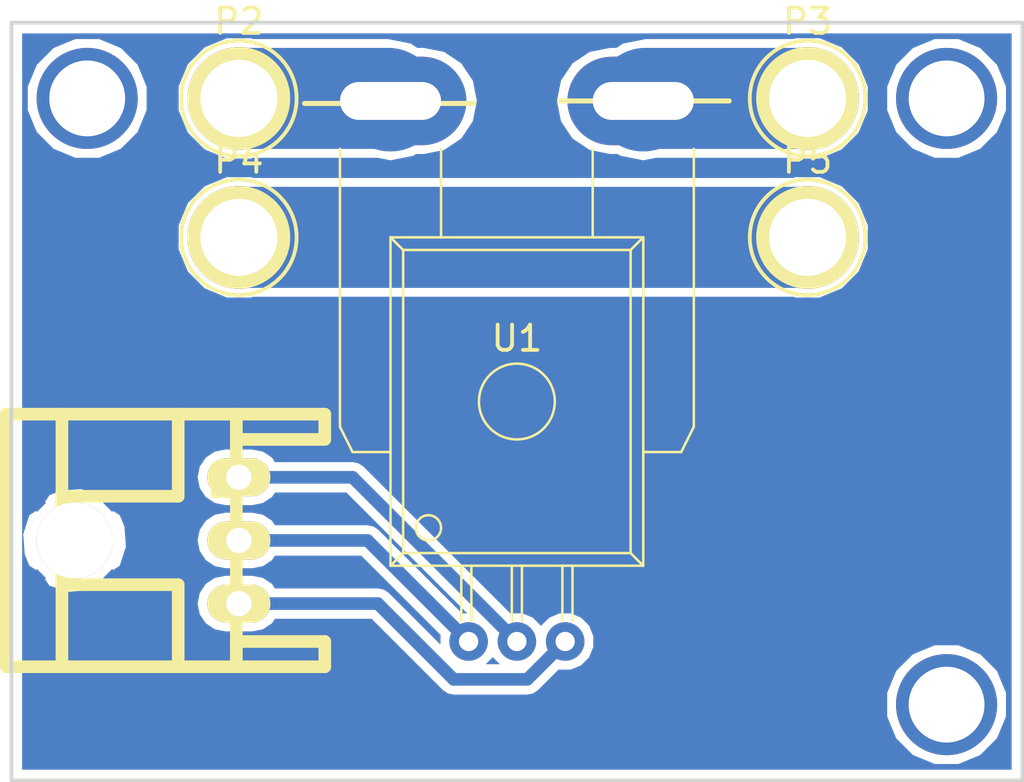
<source format=kicad_pcb>
(kicad_pcb (version 4) (host pcbnew 4.0.4-stable)

  (general
    (links 6)
    (no_connects 0)
    (area -0.075001 -0.075001 40.075001 30.075001)
    (thickness 1.6)
    (drawings 14)
    (tracks 16)
    (zones 0)
    (modules 6)
    (nets 7)
  )

  (page A4)
  (layers
    (0 F.Cu signal)
    (31 B.Cu signal)
    (32 B.Adhes user)
    (33 F.Adhes user)
    (34 B.Paste user)
    (35 F.Paste user)
    (36 B.SilkS user)
    (37 F.SilkS user)
    (38 B.Mask user)
    (39 F.Mask user)
    (40 Dwgs.User user)
    (41 Cmts.User user)
    (42 Eco1.User user)
    (43 Eco2.User user)
    (44 Edge.Cuts user)
    (45 Margin user)
    (46 B.CrtYd user)
    (47 F.CrtYd user)
    (48 B.Fab user)
    (49 F.Fab user)
  )

  (setup
    (last_trace_width 0.5)
    (user_trace_width 0.5)
    (user_trace_width 1)
    (user_trace_width 4)
    (trace_clearance 0.2)
    (zone_clearance 0.35)
    (zone_45_only no)
    (trace_min 0.2)
    (segment_width 0.2)
    (edge_width 0.15)
    (via_size 0.6)
    (via_drill 0.4)
    (via_min_size 0.4)
    (via_min_drill 0.3)
    (user_via 1.2 0.8)
    (user_via 4 3)
    (uvia_size 0.3)
    (uvia_drill 0.1)
    (uvias_allowed no)
    (uvia_min_size 0.2)
    (uvia_min_drill 0.1)
    (pcb_text_width 0.3)
    (pcb_text_size 1.5 1.5)
    (mod_edge_width 0.15)
    (mod_text_size 1 1)
    (mod_text_width 0.15)
    (pad_size 1.524 1.524)
    (pad_drill 0.762)
    (pad_to_mask_clearance 0.2)
    (aux_axis_origin 0 0)
    (visible_elements 7FFFFFFF)
    (pcbplotparams
      (layerselection 0x00030_80000001)
      (usegerberextensions false)
      (excludeedgelayer true)
      (linewidth 0.100000)
      (plotframeref false)
      (viasonmask false)
      (mode 1)
      (useauxorigin false)
      (hpglpennumber 1)
      (hpglpenspeed 20)
      (hpglpendiameter 15)
      (hpglpenoverlay 2)
      (psnegative false)
      (psa4output false)
      (plotreference true)
      (plotvalue true)
      (plotinvisibletext false)
      (padsonsilk false)
      (subtractmaskfromsilk false)
      (outputformat 1)
      (mirror false)
      (drillshape 1)
      (scaleselection 1)
      (outputdirectory ""))
  )

  (net 0 "")
  (net 1 "Net-(P1-Pad1)")
  (net 2 "Net-(P1-Pad2)")
  (net 3 "Net-(P1-Pad3)")
  (net 4 "Net-(P2-Pad1)")
  (net 5 "Net-(P3-Pad1)")
  (net 6 "Net-(P4-Pad1)")

  (net_class Default "これは標準のネット クラスです。"
    (clearance 0.2)
    (trace_width 0.25)
    (via_dia 0.6)
    (via_drill 0.4)
    (uvia_dia 0.3)
    (uvia_drill 0.1)
    (add_net "Net-(P1-Pad1)")
    (add_net "Net-(P1-Pad2)")
    (add_net "Net-(P1-Pad3)")
    (add_net "Net-(P2-Pad1)")
    (add_net "Net-(P3-Pad1)")
    (add_net "Net-(P4-Pad1)")
  )

  (module RP_KiCAD_Connector:XA_3LC (layer F.Cu) (tedit 5763B26E) (tstamp 583D5A9F)
    (at 9 18 270)
    (path /583D5DB0)
    (fp_text reference P1 (at 0 0.5 270) (layer F.SilkS)
      (effects (font (size 1 1) (thickness 0.15)))
    )
    (fp_text value CONN_01X03 (at 0 -0.5 270) (layer F.Fab)
      (effects (font (size 1 1) (thickness 0.15)))
    )
    (fp_line (start 6.5 -3.4) (end 6.5 0.1) (layer F.SilkS) (width 0.5))
    (fp_line (start -2.5 -3.4) (end -1.5 -3.4) (layer F.SilkS) (width 0.5))
    (fp_line (start -1.5 -3.4) (end -1.5 0.1) (layer F.SilkS) (width 0.5))
    (fp_line (start 7.5 0.1) (end -2.5 0.1) (layer F.SilkS) (width 0.5))
    (fp_line (start 7.5 -3.4) (end 6.5 -3.4) (layer F.SilkS) (width 0.5))
    (fp_line (start 4.25 2.4) (end 7.5 2.4) (layer F.SilkS) (width 0.5))
    (fp_line (start 0.75 2.4) (end -2.5 2.4) (layer F.SilkS) (width 0.5))
    (fp_line (start 4.25 2.4) (end 4.25 7) (layer F.SilkS) (width 0.5))
    (fp_line (start 0.75 2.4) (end 0.75 7) (layer F.SilkS) (width 0.5))
    (fp_line (start -2.5 7) (end 7.5 7) (layer F.SilkS) (width 0.5))
    (fp_line (start 7.5 -3.4) (end 7.5 9.2) (layer F.SilkS) (width 0.5))
    (fp_line (start 7.5 9.2) (end -2.5 9.2) (layer F.SilkS) (width 0.5))
    (fp_line (start -2.5 -3.4) (end -2.5 9.2) (layer F.SilkS) (width 0.5))
    (pad 1 thru_hole oval (at 0 0 270) (size 1.5 2.5) (drill 1) (layers *.Cu *.Mask F.SilkS)
      (net 1 "Net-(P1-Pad1)"))
    (pad 2 thru_hole oval (at 2.5 0 270) (size 1.5 2.5) (drill 1) (layers *.Cu *.Mask F.SilkS)
      (net 2 "Net-(P1-Pad2)"))
    (pad 3 thru_hole oval (at 5 0 270) (size 1.5 2.5) (drill 1) (layers *.Cu *.Mask F.SilkS)
      (net 3 "Net-(P1-Pad3)"))
    (pad "" thru_hole circle (at 2.5 6.5 270) (size 3 3) (drill 3) (layers *.Cu *.Mask F.SilkS)
      (clearance -0.3))
    (model conn_XA/XA_3S.wrl
      (at (xyz 0.1 -0.2 0))
      (scale (xyz 4 4 4))
      (rotate (xyz 0 0 180))
    )
  )

  (module Connect:1pin (layer F.Cu) (tedit 0) (tstamp 583D5AA4)
    (at 9 3)
    (descr "module 1 pin (ou trou mecanique de percage)")
    (tags DEV)
    (path /583D5B01)
    (fp_text reference P2 (at 0 -3.048) (layer F.SilkS)
      (effects (font (size 1 1) (thickness 0.15)))
    )
    (fp_text value CONN_01X01 (at 0 2.794) (layer F.Fab)
      (effects (font (size 1 1) (thickness 0.15)))
    )
    (fp_circle (center 0 0) (end 0 -2.286) (layer F.SilkS) (width 0.15))
    (pad 1 thru_hole circle (at 0 0) (size 4.064 4.064) (drill 3.048) (layers *.Cu *.Mask F.SilkS)
      (net 4 "Net-(P2-Pad1)"))
  )

  (module Connect:1pin (layer F.Cu) (tedit 0) (tstamp 583D5AA9)
    (at 31.5 3)
    (descr "module 1 pin (ou trou mecanique de percage)")
    (tags DEV)
    (path /583D5B24)
    (fp_text reference P3 (at 0 -3.048) (layer F.SilkS)
      (effects (font (size 1 1) (thickness 0.15)))
    )
    (fp_text value CONN_01X01 (at 0 2.794) (layer F.Fab)
      (effects (font (size 1 1) (thickness 0.15)))
    )
    (fp_circle (center 0 0) (end 0 -2.286) (layer F.SilkS) (width 0.15))
    (pad 1 thru_hole circle (at 0 0) (size 4.064 4.064) (drill 3.048) (layers *.Cu *.Mask F.SilkS)
      (net 5 "Net-(P3-Pad1)"))
  )

  (module Connect:1pin (layer F.Cu) (tedit 0) (tstamp 583D5AAE)
    (at 9 8.5)
    (descr "module 1 pin (ou trou mecanique de percage)")
    (tags DEV)
    (path /583D5AA8)
    (fp_text reference P4 (at 0 -3.048) (layer F.SilkS)
      (effects (font (size 1 1) (thickness 0.15)))
    )
    (fp_text value CONN_01X01 (at 0 2.794) (layer F.Fab)
      (effects (font (size 1 1) (thickness 0.15)))
    )
    (fp_circle (center 0 0) (end 0 -2.286) (layer F.SilkS) (width 0.15))
    (pad 1 thru_hole circle (at 0 0) (size 4.064 4.064) (drill 3.048) (layers *.Cu *.Mask F.SilkS)
      (net 6 "Net-(P4-Pad1)"))
  )

  (module Connect:1pin (layer F.Cu) (tedit 0) (tstamp 583D5AB3)
    (at 31.5 8.5)
    (descr "module 1 pin (ou trou mecanique de percage)")
    (tags DEV)
    (path /583D5C57)
    (fp_text reference P5 (at 0 -3.048) (layer F.SilkS)
      (effects (font (size 1 1) (thickness 0.15)))
    )
    (fp_text value CONN_01X01 (at 0 2.794) (layer F.Fab)
      (effects (font (size 1 1) (thickness 0.15)))
    )
    (fp_circle (center 0 0) (end 0 -2.286) (layer F.SilkS) (width 0.15))
    (pad 1 thru_hole circle (at 0 0) (size 4.064 4.064) (drill 3.048) (layers *.Cu *.Mask F.SilkS)
      (net 6 "Net-(P4-Pad1)"))
  )

  (module RP_KiCAD_Libs:ACS785xCB (layer F.Cu) (tedit 583D589E) (tstamp 583D5ABC)
    (at 20 24.5)
    (path /583D5A47)
    (fp_text reference U1 (at 0 -12) (layer F.SilkS)
      (effects (font (size 1 1) (thickness 0.15)))
    )
    (fp_text value ACS758 (at 0 -13.5) (layer F.Fab)
      (effects (font (size 1 1) (thickness 0.15)))
    )
    (fp_line (start -4.5 -3.5) (end -4.5 -15.5) (layer F.SilkS) (width 0.1))
    (fp_line (start 4.5 -3.5) (end -4.5 -3.5) (layer F.SilkS) (width 0.1))
    (fp_line (start -4.5 -3.5) (end -5 -3) (layer F.SilkS) (width 0.1))
    (fp_line (start 4.5 -15.5) (end 4.5 -3.5) (layer F.SilkS) (width 0.1))
    (fp_line (start 4.5 -3.5) (end 5 -3) (layer F.SilkS) (width 0.1))
    (fp_line (start 4.5 -15.5) (end 5 -16) (layer F.SilkS) (width 0.1))
    (fp_line (start -4.5 -15.5) (end 4.5 -15.5) (layer F.SilkS) (width 0.1))
    (fp_line (start -5 -16) (end -4.5 -15.5) (layer F.SilkS) (width 0.1))
    (fp_line (start 7 -8.5) (end 7 -19.5) (layer F.SilkS) (width 0.1))
    (fp_line (start 6.5 -7.5) (end 5 -7.5) (layer F.SilkS) (width 0.1))
    (fp_line (start 6.5 -7.5) (end 7 -8.5) (layer F.SilkS) (width 0.1))
    (fp_line (start -7 -8.5) (end -7 -19.5) (layer F.SilkS) (width 0.1))
    (fp_line (start -6.5 -7.5) (end -5 -7.5) (layer F.SilkS) (width 0.1))
    (fp_line (start -7 -8.5) (end -6.5 -7.5) (layer F.SilkS) (width 0.1))
    (fp_circle (center -3.5 -4.5) (end -3 -4.5) (layer F.SilkS) (width 0.1))
    (fp_circle (center 0 -9.5) (end 0 -11) (layer F.SilkS) (width 0.1))
    (fp_line (start 2.2 -3) (end 2.2 -0.8) (layer F.SilkS) (width 0.1))
    (fp_line (start 1.8 -3) (end 1.8 -0.8) (layer F.SilkS) (width 0.1))
    (fp_line (start -1.8 -3) (end -1.8 -0.8) (layer F.SilkS) (width 0.1))
    (fp_line (start -2.2 -3) (end -2.2 -0.8) (layer F.SilkS) (width 0.1))
    (fp_line (start 0.2 -3) (end 0.2 -0.8) (layer F.SilkS) (width 0.1))
    (fp_line (start -0.2 -3) (end -0.2 -0.8) (layer F.SilkS) (width 0.1))
    (fp_line (start 3 -19.5) (end 3 -16) (layer F.SilkS) (width 0.1))
    (fp_line (start -3 -19.5) (end -3 -16) (layer F.SilkS) (width 0.1))
    (fp_line (start 5 -3) (end -5 -3) (layer F.SilkS) (width 0.1))
    (fp_line (start -5 -16) (end 5 -16) (layer F.SilkS) (width 0.1))
    (fp_line (start -5 -16) (end -5 -3) (layer F.SilkS) (width 0.1))
    (fp_line (start 5 -16) (end 5 -3) (layer F.SilkS) (width 0.1))
    (pad 1 thru_hole circle (at -1.91 0) (size 1.524 1.524) (drill 0.762) (layers *.Cu *.Mask)
      (net 2 "Net-(P1-Pad2)"))
    (pad 2 thru_hole circle (at 0 0) (size 1.524 1.524) (drill 0.762) (layers *.Cu *.Mask)
      (net 1 "Net-(P1-Pad1)"))
    (pad 3 thru_hole circle (at 1.91 0) (size 1.524 1.524) (drill 0.762) (layers *.Cu *.Mask)
      (net 3 "Net-(P1-Pad3)"))
    (pad 4 thru_hole oval (at 5 -21.4) (size 6 3.5) (drill oval 4 1.5) (layers *.Cu *.Mask)
      (net 5 "Net-(P3-Pad1)"))
    (pad 5 thru_hole oval (at -5 -21.4) (size 6 3.5) (drill oval 4 1.5) (layers *.Cu *.Mask)
      (net 4 "Net-(P2-Pad1)"))
  )

  (gr_line (start 26.3 3.3) (end 23.7 3.3) (angle 90) (layer Edge.Cuts) (width 0.15))
  (gr_line (start 23.7 2.9) (end 26.3 2.9) (angle 90) (layer Edge.Cuts) (width 0.15))
  (gr_line (start 16.4 3.4) (end 13.6 3.4) (angle 90) (layer Edge.Cuts) (width 0.15))
  (gr_line (start 13.6 3) (end 16.4 3) (angle 90) (layer Edge.Cuts) (width 0.15))
  (gr_line (start 13.6 3) (end 13.6 3.4) (angle 90) (layer Edge.Cuts) (width 0.15))
  (gr_line (start 16.4 3) (end 16.4 3.4) (angle 90) (layer Edge.Cuts) (width 0.15))
  (gr_line (start 26.3 2.9) (end 26.3 3.3) (angle 90) (layer Edge.Cuts) (width 0.15))
  (gr_line (start 23.7 3.3) (end 23.7 2.9) (angle 90) (layer Edge.Cuts) (width 0.15))
  (gr_line (start 18.3 3.2) (end 11.6 3.2) (angle 90) (layer F.SilkS) (width 0.2))
  (gr_line (start 21.7 3.1) (end 28.4 3.1) (angle 90) (layer F.SilkS) (width 0.2))
  (gr_line (start 40 0) (end 40 30) (angle 90) (layer Edge.Cuts) (width 0.15))
  (gr_line (start 0 30) (end 0 0) (angle 90) (layer Edge.Cuts) (width 0.15))
  (gr_line (start 0 30) (end 40 30) (angle 90) (layer Edge.Cuts) (width 0.15))
  (gr_line (start 0 0) (end 40 0) (angle 90) (layer Edge.Cuts) (width 0.15))

  (via (at 37 27) (size 4) (drill 3) (layers F.Cu B.Cu) (net 0))
  (via (at 37 3) (size 4) (drill 3) (layers F.Cu B.Cu) (net 0))
  (via (at 3 3) (size 4) (drill 3) (layers F.Cu B.Cu) (net 0))
  (segment (start 9 18) (end 13.5 18) (width 0.5) (layer B.Cu) (net 1))
  (segment (start 13.5 18) (end 20 24.5) (width 0.5) (layer B.Cu) (net 1) (tstamp 583D5CD3))
  (segment (start 9 20.5) (end 14.09 20.5) (width 0.5) (layer B.Cu) (net 2))
  (segment (start 14.09 20.5) (end 18.09 24.5) (width 0.5) (layer B.Cu) (net 2) (tstamp 583D5CCF))
  (segment (start 9 23) (end 14.5 23) (width 0.5) (layer B.Cu) (net 3))
  (segment (start 14.5 23) (end 17.5 26) (width 0.5) (layer B.Cu) (net 3) (tstamp 583D5CE1))
  (segment (start 20.41 26) (end 21.91 24.5) (width 0.5) (layer B.Cu) (net 3) (tstamp 583D5CD9))
  (segment (start 17.5 26) (end 20.41 26) (width 0.5) (layer B.Cu) (net 3) (tstamp 583D5CE5))
  (segment (start 9 3) (end 14.9 3) (width 4) (layer B.Cu) (net 4))
  (segment (start 14.9 3) (end 15 3.1) (width 4) (layer B.Cu) (net 4) (tstamp 583D5C62))
  (segment (start 31.5 3) (end 25.1 3) (width 4) (layer B.Cu) (net 5))
  (segment (start 25.1 3) (end 25 3.1) (width 4) (layer B.Cu) (net 5) (tstamp 583D5C65))
  (segment (start 9 8.5) (end 31.5 8.5) (width 4) (layer B.Cu) (net 6))

  (zone (net 0) (net_name "") (layer B.Cu) (tstamp 583D5CE7) (hatch edge 0.508)
    (connect_pads (clearance 0.35))
    (min_thickness 0.026)
    (fill yes (arc_segments 16) (thermal_gap 0.508) (thermal_bridge_width 0.508))
    (polygon
      (pts
        (xy 40 30) (xy 0 30) (xy 0 0) (xy 40 0)
      )
    )
    (filled_polygon
      (pts
        (xy 39.562 29.562) (xy 0.438 29.562) (xy 0.438 27.467968) (xy 34.636591 27.467968) (xy 34.995578 28.336783)
        (xy 35.65972 29.002086) (xy 36.527908 29.362589) (xy 37.467968 29.363409) (xy 38.336783 29.004422) (xy 39.002086 28.34028)
        (xy 39.362589 27.472092) (xy 39.363409 26.532032) (xy 39.004422 25.663217) (xy 38.34028 24.997914) (xy 37.472092 24.637411)
        (xy 36.532032 24.636591) (xy 35.663217 24.995578) (xy 34.997914 25.65972) (xy 34.637411 26.527908) (xy 34.636591 27.467968)
        (xy 0.438 27.467968) (xy 0.438 20.256607) (xy 0.453831 20.256607) (xy 0.516444 21.058169) (xy 0.702729 21.507901)
        (xy 0.975307 21.683867) (xy 1.012396 21.646778) (xy 1.352924 21.987902) (xy 1.316133 22.024693) (xy 1.492099 22.297271)
        (xy 2.256607 22.546169) (xy 3.058169 22.483556) (xy 3.507901 22.297271) (xy 3.683867 22.024693) (xy 3.646778 21.987604)
        (xy 3.987902 21.647076) (xy 4.024693 21.683867) (xy 4.297271 21.507901) (xy 4.546169 20.743393) (xy 4.483556 19.941831)
        (xy 4.297271 19.492099) (xy 4.024693 19.316133) (xy 3.987604 19.353222) (xy 3.647076 19.012098) (xy 3.683867 18.975307)
        (xy 3.507901 18.702729) (xy 2.743393 18.453831) (xy 1.941831 18.516444) (xy 1.492099 18.702729) (xy 1.316133 18.975307)
        (xy 1.353222 19.012396) (xy 1.012098 19.352924) (xy 0.975307 19.316133) (xy 0.702729 19.492099) (xy 0.453831 20.256607)
        (xy 0.438 20.256607) (xy 0.438 18) (xy 7.355399 18) (xy 7.440121 18.425927) (xy 7.681389 18.78701)
        (xy 8.042472 19.028278) (xy 8.468399 19.113) (xy 9.531601 19.113) (xy 9.957528 19.028278) (xy 10.318611 18.78701)
        (xy 10.434881 18.613) (xy 13.246088 18.613) (xy 18.008015 23.374928) (xy 17.867205 23.374805) (xy 17.842094 23.385181)
        (xy 14.523456 20.066544) (xy 14.324585 19.933662) (xy 14.09 19.887) (xy 10.434881 19.887) (xy 10.318611 19.71299)
        (xy 9.957528 19.471722) (xy 9.531601 19.387) (xy 8.468399 19.387) (xy 8.042472 19.471722) (xy 7.681389 19.71299)
        (xy 7.440121 20.074073) (xy 7.355399 20.5) (xy 7.440121 20.925927) (xy 7.681389 21.28701) (xy 8.042472 21.528278)
        (xy 8.468399 21.613) (xy 9.531601 21.613) (xy 9.957528 21.528278) (xy 10.318611 21.28701) (xy 10.434881 21.113)
        (xy 13.836088 21.113) (xy 16.974917 24.25183) (xy 16.965196 24.275242) (xy 16.964914 24.598001) (xy 14.933456 22.566544)
        (xy 14.734585 22.433662) (xy 14.5 22.387) (xy 10.434881 22.387) (xy 10.318611 22.21299) (xy 9.957528 21.971722)
        (xy 9.531601 21.887) (xy 8.468399 21.887) (xy 8.042472 21.971722) (xy 7.681389 22.21299) (xy 7.440121 22.574073)
        (xy 7.355399 23) (xy 7.440121 23.425927) (xy 7.681389 23.78701) (xy 8.042472 24.028278) (xy 8.468399 24.113)
        (xy 9.531601 24.113) (xy 9.957528 24.028278) (xy 10.318611 23.78701) (xy 10.434881 23.613) (xy 14.246088 23.613)
        (xy 17.066544 26.433457) (xy 17.265415 26.566338) (xy 17.5 26.613) (xy 20.41 26.613) (xy 20.644585 26.566338)
        (xy 20.843456 26.433456) (xy 21.66183 25.615082) (xy 21.685242 25.624804) (xy 22.132795 25.625195) (xy 22.546429 25.454285)
        (xy 22.863172 25.138093) (xy 23.034804 24.724758) (xy 23.035195 24.277205) (xy 22.864285 23.863571) (xy 22.548093 23.546828)
        (xy 22.134758 23.375196) (xy 21.687205 23.374805) (xy 21.273571 23.545715) (xy 20.956828 23.861907) (xy 20.955209 23.865807)
        (xy 20.954285 23.863571) (xy 20.638093 23.546828) (xy 20.224758 23.375196) (xy 19.777205 23.374805) (xy 19.752094 23.385181)
        (xy 13.933456 17.566544) (xy 13.734585 17.433662) (xy 13.5 17.387) (xy 10.434881 17.387) (xy 10.318611 17.21299)
        (xy 9.957528 16.971722) (xy 9.531601 16.887) (xy 8.468399 16.887) (xy 8.042472 16.971722) (xy 7.681389 17.21299)
        (xy 7.440121 17.574073) (xy 7.355399 18) (xy 0.438 18) (xy 0.438 8.974305) (xy 6.604585 8.974305)
        (xy 6.968434 9.854886) (xy 7.64157 10.529198) (xy 8.521515 10.894584) (xy 9.474305 10.895415) (xy 9.552755 10.863)
        (xy 30.945452 10.863) (xy 31.021515 10.894584) (xy 31.974305 10.895415) (xy 32.854886 10.531566) (xy 33.529198 9.85843)
        (xy 33.894584 8.978485) (xy 33.895415 8.025695) (xy 33.531566 7.145114) (xy 32.85843 6.470802) (xy 31.978485 6.105416)
        (xy 31.025695 6.104585) (xy 30.947245 6.137) (xy 9.554548 6.137) (xy 9.478485 6.105416) (xy 8.525695 6.104585)
        (xy 7.645114 6.468434) (xy 6.970802 7.14157) (xy 6.605416 8.021515) (xy 6.604585 8.974305) (xy 0.438 8.974305)
        (xy 0.438 3.467968) (xy 0.636591 3.467968) (xy 0.995578 4.336783) (xy 1.65972 5.002086) (xy 2.527908 5.362589)
        (xy 3.467968 5.363409) (xy 4.336783 5.004422) (xy 5.002086 4.34028) (xy 5.36167 3.474305) (xy 6.604585 3.474305)
        (xy 6.968434 4.354886) (xy 7.64157 5.029198) (xy 8.521515 5.394584) (xy 9.474305 5.395415) (xy 9.552755 5.363)
        (xy 14.497269 5.363) (xy 15 5.462999) (xy 15.90428 5.283127) (xy 16.009233 5.213) (xy 16.315885 5.213)
        (xy 17.124495 5.052157) (xy 17.810002 4.594117) (xy 18.268042 3.90861) (xy 18.428885 3.1) (xy 21.571115 3.1)
        (xy 21.731958 3.90861) (xy 22.189998 4.594117) (xy 22.875505 5.052157) (xy 23.684115 5.213) (xy 23.990767 5.213)
        (xy 24.095719 5.283127) (xy 25 5.463) (xy 25.502733 5.363) (xy 30.945452 5.363) (xy 31.021515 5.394584)
        (xy 31.974305 5.395415) (xy 32.854886 5.031566) (xy 33.529198 4.35843) (xy 33.894584 3.478485) (xy 33.894593 3.467968)
        (xy 34.636591 3.467968) (xy 34.995578 4.336783) (xy 35.65972 5.002086) (xy 36.527908 5.362589) (xy 37.467968 5.363409)
        (xy 38.336783 5.004422) (xy 39.002086 4.34028) (xy 39.362589 3.472092) (xy 39.363409 2.532032) (xy 39.004422 1.663217)
        (xy 38.34028 0.997914) (xy 37.472092 0.637411) (xy 36.532032 0.636591) (xy 35.663217 0.995578) (xy 34.997914 1.65972)
        (xy 34.637411 2.527908) (xy 34.636591 3.467968) (xy 33.894593 3.467968) (xy 33.895415 2.525695) (xy 33.531566 1.645114)
        (xy 32.85843 0.970802) (xy 31.978485 0.605416) (xy 31.025695 0.604585) (xy 30.947245 0.637) (xy 25.1 0.637)
        (xy 24.195719 0.816873) (xy 23.941106 0.987) (xy 23.684115 0.987) (xy 22.875505 1.147843) (xy 22.189998 1.605883)
        (xy 21.731958 2.29139) (xy 21.571115 3.1) (xy 18.428885 3.1) (xy 18.268042 2.29139) (xy 17.810002 1.605883)
        (xy 17.124495 1.147843) (xy 16.315885 0.987) (xy 16.058894 0.987) (xy 15.804281 0.816873) (xy 14.9 0.637)
        (xy 9.554548 0.637) (xy 9.478485 0.605416) (xy 8.525695 0.604585) (xy 7.645114 0.968434) (xy 6.970802 1.64157)
        (xy 6.605416 2.521515) (xy 6.604585 3.474305) (xy 5.36167 3.474305) (xy 5.362589 3.472092) (xy 5.363409 2.532032)
        (xy 5.004422 1.663217) (xy 4.34028 0.997914) (xy 3.472092 0.637411) (xy 2.532032 0.636591) (xy 1.663217 0.995578)
        (xy 0.997914 1.65972) (xy 0.637411 2.527908) (xy 0.636591 3.467968) (xy 0.438 3.467968) (xy 0.438 0.438)
        (xy 39.562 0.438)
      )
    )
    (filled_polygon
      (pts
        (xy 19.045715 25.136429) (xy 19.29585 25.387) (xy 18.793831 25.387) (xy 19.043172 25.138093) (xy 19.044791 25.134193)
      )
    )
  )
)

</source>
